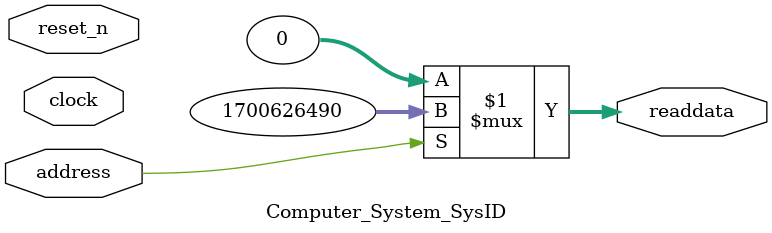
<source format=v>



// synthesis translate_off
`timescale 1ns / 1ps
// synthesis translate_on

// turn off superfluous verilog processor warnings 
// altera message_level Level1 
// altera message_off 10034 10035 10036 10037 10230 10240 10030 

module Computer_System_SysID (
               // inputs:
                address,
                clock,
                reset_n,

               // outputs:
                readdata
             )
;

  output  [ 31: 0] readdata;
  input            address;
  input            clock;
  input            reset_n;

  wire    [ 31: 0] readdata;
  //control_slave, which is an e_avalon_slave
  assign readdata = address ? 1700626490 : 0;

endmodule



</source>
